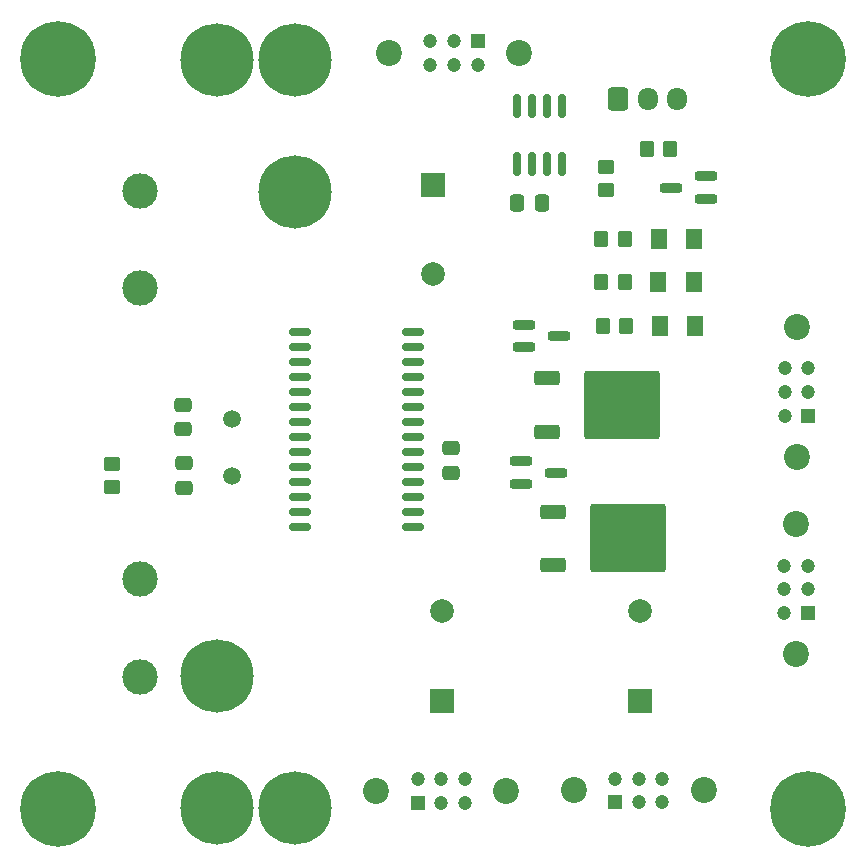
<source format=gts>
G04 #@! TF.GenerationSoftware,KiCad,Pcbnew,7.0.11*
G04 #@! TF.CreationDate,2024-06-05T21:03:52-04:00*
G04 #@! TF.ProjectId,remote_arming,72656d6f-7465-45f6-9172-6d696e672e6b,rev?*
G04 #@! TF.SameCoordinates,Original*
G04 #@! TF.FileFunction,Soldermask,Top*
G04 #@! TF.FilePolarity,Negative*
%FSLAX46Y46*%
G04 Gerber Fmt 4.6, Leading zero omitted, Abs format (unit mm)*
G04 Created by KiCad (PCBNEW 7.0.11) date 2024-06-05 21:03:52*
%MOMM*%
%LPD*%
G01*
G04 APERTURE LIST*
G04 Aperture macros list*
%AMRoundRect*
0 Rectangle with rounded corners*
0 $1 Rounding radius*
0 $2 $3 $4 $5 $6 $7 $8 $9 X,Y pos of 4 corners*
0 Add a 4 corners polygon primitive as box body*
4,1,4,$2,$3,$4,$5,$6,$7,$8,$9,$2,$3,0*
0 Add four circle primitives for the rounded corners*
1,1,$1+$1,$2,$3*
1,1,$1+$1,$4,$5*
1,1,$1+$1,$6,$7*
1,1,$1+$1,$8,$9*
0 Add four rect primitives between the rounded corners*
20,1,$1+$1,$2,$3,$4,$5,0*
20,1,$1+$1,$4,$5,$6,$7,0*
20,1,$1+$1,$6,$7,$8,$9,0*
20,1,$1+$1,$8,$9,$2,$3,0*%
G04 Aperture macros list end*
%ADD10RoundRect,0.250000X-0.850000X-0.350000X0.850000X-0.350000X0.850000X0.350000X-0.850000X0.350000X0*%
%ADD11RoundRect,0.249997X-2.950003X-2.650003X2.950003X-2.650003X2.950003X2.650003X-2.950003X2.650003X0*%
%ADD12RoundRect,0.250001X-0.462499X-0.624999X0.462499X-0.624999X0.462499X0.624999X-0.462499X0.624999X0*%
%ADD13R,2.000000X2.000000*%
%ADD14C,2.000000*%
%ADD15RoundRect,0.250000X0.350000X0.450000X-0.350000X0.450000X-0.350000X-0.450000X0.350000X-0.450000X0*%
%ADD16RoundRect,0.250000X0.475000X-0.337500X0.475000X0.337500X-0.475000X0.337500X-0.475000X-0.337500X0*%
%ADD17C,1.500000*%
%ADD18C,6.197600*%
%ADD19RoundRect,0.200000X0.750000X0.200000X-0.750000X0.200000X-0.750000X-0.200000X0.750000X-0.200000X0*%
%ADD20C,6.400000*%
%ADD21C,2.200000*%
%ADD22R,1.200000X1.200000*%
%ADD23C,1.200000*%
%ADD24RoundRect,0.250000X0.337500X0.475000X-0.337500X0.475000X-0.337500X-0.475000X0.337500X-0.475000X0*%
%ADD25C,3.000000*%
%ADD26RoundRect,0.200000X-0.750000X-0.200000X0.750000X-0.200000X0.750000X0.200000X-0.750000X0.200000X0*%
%ADD27RoundRect,0.150000X0.150000X-0.825000X0.150000X0.825000X-0.150000X0.825000X-0.150000X-0.825000X0*%
%ADD28RoundRect,0.150000X-0.750000X-0.150000X0.750000X-0.150000X0.750000X0.150000X-0.750000X0.150000X0*%
%ADD29RoundRect,0.250000X-0.450000X0.350000X-0.450000X-0.350000X0.450000X-0.350000X0.450000X0.350000X0*%
%ADD30RoundRect,0.250000X-0.600000X-0.725000X0.600000X-0.725000X0.600000X0.725000X-0.600000X0.725000X0*%
%ADD31O,1.700000X1.950000*%
%ADD32RoundRect,0.250000X-0.350000X-0.450000X0.350000X-0.450000X0.350000X0.450000X-0.350000X0.450000X0*%
%ADD33RoundRect,0.250000X-0.475000X0.337500X-0.475000X-0.337500X0.475000X-0.337500X0.475000X0.337500X0*%
G04 APERTURE END LIST*
D10*
X224273000Y-87003500D03*
D11*
X230573000Y-89283500D03*
D10*
X224273000Y-91563500D03*
D12*
X233813750Y-82550000D03*
X236788750Y-82550000D03*
D13*
X214630000Y-70622000D03*
D14*
X214630000Y-78222000D03*
D15*
X230840250Y-75223000D03*
X228840250Y-75223000D03*
D16*
X193421000Y-91334500D03*
X193421000Y-89259500D03*
D17*
X197612000Y-90424000D03*
X197612000Y-95304000D03*
D18*
X202946000Y-71207500D03*
X202946000Y-60031500D03*
X196342000Y-60031500D03*
D19*
X237720000Y-71816000D03*
X237720000Y-69916000D03*
X234720000Y-70866000D03*
D20*
X182880000Y-123444000D03*
D21*
X221876000Y-59452000D03*
X210876000Y-59452000D03*
D22*
X218376000Y-58452000D03*
D23*
X216376000Y-58452000D03*
X214376000Y-58452000D03*
X218376000Y-60452000D03*
X216376000Y-60452000D03*
X214376000Y-60452000D03*
D24*
X223795500Y-72136000D03*
X221720500Y-72136000D03*
D21*
X245348000Y-110370000D03*
X245348000Y-99370000D03*
D22*
X246348000Y-106870000D03*
D23*
X246348000Y-104870000D03*
X246348000Y-102870000D03*
X244348000Y-106870000D03*
X244348000Y-104870000D03*
X244348000Y-102870000D03*
D25*
X189777200Y-112278200D03*
X189777200Y-104028200D03*
X189777200Y-79410600D03*
X189777200Y-71160600D03*
D26*
X222274000Y-82501000D03*
X222274000Y-84401000D03*
X225274000Y-83451000D03*
D27*
X221742000Y-68896000D03*
X223012000Y-68896000D03*
X224282000Y-68896000D03*
X225552000Y-68896000D03*
X225552000Y-63946000D03*
X224282000Y-63946000D03*
X223012000Y-63946000D03*
X221742000Y-63946000D03*
D28*
X203327000Y-83058000D03*
X203327000Y-84328000D03*
X203327000Y-85598000D03*
X203327000Y-86868000D03*
X203327000Y-88138000D03*
X203327000Y-89408000D03*
X203327000Y-90678000D03*
X203327000Y-91948000D03*
X203327000Y-93218000D03*
X203327000Y-94488000D03*
X203327000Y-95758000D03*
X203327000Y-97028000D03*
X203327000Y-98298000D03*
X203327000Y-99568000D03*
X212927000Y-99568000D03*
X212927000Y-98298000D03*
X212927000Y-97028000D03*
X212927000Y-95758000D03*
X212927000Y-94488000D03*
X212927000Y-93218000D03*
X212927000Y-91948000D03*
X212927000Y-90678000D03*
X212927000Y-89408000D03*
X212927000Y-88138000D03*
X212927000Y-86868000D03*
X212927000Y-85598000D03*
X212927000Y-84328000D03*
X212927000Y-83058000D03*
D10*
X224790000Y-98298000D03*
D11*
X231090000Y-100578000D03*
D10*
X224790000Y-102858000D03*
D16*
X216154000Y-95017500D03*
X216154000Y-92942500D03*
D12*
X233686750Y-75184000D03*
X236661750Y-75184000D03*
D15*
X230830000Y-78867000D03*
X228830000Y-78867000D03*
D18*
X196342000Y-112180500D03*
X196342000Y-123356500D03*
X202946000Y-123356500D03*
D13*
X232156000Y-114300000D03*
D14*
X232156000Y-106700000D03*
D29*
X187452000Y-94250000D03*
X187452000Y-96250000D03*
D26*
X222020000Y-94046000D03*
X222020000Y-95946000D03*
X225020000Y-94996000D03*
D29*
X229235000Y-69104000D03*
X229235000Y-71104000D03*
D21*
X226497000Y-121904000D03*
X237497000Y-121904000D03*
D22*
X229997000Y-122904000D03*
D23*
X231997000Y-122904000D03*
X233997000Y-122904000D03*
X229997000Y-120904000D03*
X231997000Y-120904000D03*
X233997000Y-120904000D03*
D20*
X246380000Y-59944000D03*
D30*
X230291000Y-63365500D03*
D31*
X232791000Y-63365500D03*
X235291000Y-63365500D03*
D13*
X215392000Y-114300000D03*
D14*
X215392000Y-106700000D03*
D32*
X232680000Y-67564000D03*
X234680000Y-67564000D03*
D15*
X230967250Y-82628000D03*
X228967250Y-82628000D03*
D20*
X182880000Y-59944000D03*
X246380000Y-123444000D03*
D21*
X209797000Y-121936000D03*
X220797000Y-121936000D03*
D22*
X213297000Y-122936000D03*
D23*
X215297000Y-122936000D03*
X217297000Y-122936000D03*
X213297000Y-120936000D03*
X215297000Y-120936000D03*
X217297000Y-120936000D03*
D33*
X193548000Y-94212500D03*
X193548000Y-96287500D03*
D21*
X245380000Y-93670000D03*
X245380000Y-82670000D03*
D22*
X246380000Y-90170000D03*
D23*
X246380000Y-88170000D03*
X246380000Y-86170000D03*
X244380000Y-90170000D03*
X244380000Y-88170000D03*
X244380000Y-86170000D03*
D12*
X233676500Y-78867000D03*
X236651500Y-78867000D03*
M02*

</source>
